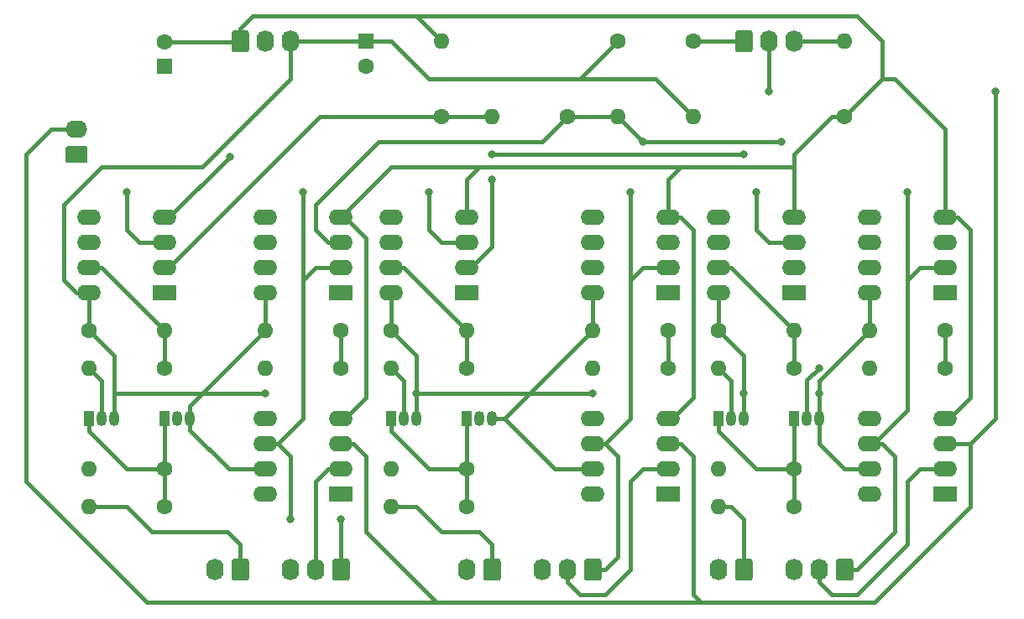
<source format=gbr>
G04 #@! TF.GenerationSoftware,KiCad,Pcbnew,5.1.2+dfsg1-1*
G04 #@! TF.CreationDate,2019-06-25T15:59:38-05:00*
G04 #@! TF.ProjectId,potentiostat,706f7465-6e74-4696-9f73-7461742e6b69,A*
G04 #@! TF.SameCoordinates,Original*
G04 #@! TF.FileFunction,Copper,L2,Bot*
G04 #@! TF.FilePolarity,Positive*
%FSLAX46Y46*%
G04 Gerber Fmt 4.6, Leading zero omitted, Abs format (unit mm)*
G04 Created by KiCad (PCBNEW 5.1.2+dfsg1-1) date 2019-06-25 15:59:38*
%MOMM*%
%LPD*%
G04 APERTURE LIST*
%ADD10O,2.200000X1.740000*%
%ADD11C,0.100000*%
%ADD12C,1.740000*%
%ADD13O,2.400000X1.600000*%
%ADD14R,2.400000X1.600000*%
%ADD15R,1.050000X1.500000*%
%ADD16O,1.050000X1.500000*%
%ADD17O,1.600000X1.600000*%
%ADD18C,1.600000*%
%ADD19O,1.740000X2.200000*%
%ADD20R,1.600000X1.600000*%
%ADD21C,0.800000*%
%ADD22C,0.381000*%
G04 APERTURE END LIST*
D10*
X82550000Y-102870000D03*
D11*
G36*
X83424505Y-104541204D02*
G01*
X83448773Y-104544804D01*
X83472572Y-104550765D01*
X83495671Y-104559030D01*
X83517850Y-104569520D01*
X83538893Y-104582132D01*
X83558599Y-104596747D01*
X83576777Y-104613223D01*
X83593253Y-104631401D01*
X83607868Y-104651107D01*
X83620480Y-104672150D01*
X83630970Y-104694329D01*
X83639235Y-104717428D01*
X83645196Y-104741227D01*
X83648796Y-104765495D01*
X83650000Y-104789999D01*
X83650000Y-106030001D01*
X83648796Y-106054505D01*
X83645196Y-106078773D01*
X83639235Y-106102572D01*
X83630970Y-106125671D01*
X83620480Y-106147850D01*
X83607868Y-106168893D01*
X83593253Y-106188599D01*
X83576777Y-106206777D01*
X83558599Y-106223253D01*
X83538893Y-106237868D01*
X83517850Y-106250480D01*
X83495671Y-106260970D01*
X83472572Y-106269235D01*
X83448773Y-106275196D01*
X83424505Y-106278796D01*
X83400001Y-106280000D01*
X81699999Y-106280000D01*
X81675495Y-106278796D01*
X81651227Y-106275196D01*
X81627428Y-106269235D01*
X81604329Y-106260970D01*
X81582150Y-106250480D01*
X81561107Y-106237868D01*
X81541401Y-106223253D01*
X81523223Y-106206777D01*
X81506747Y-106188599D01*
X81492132Y-106168893D01*
X81479520Y-106147850D01*
X81469030Y-106125671D01*
X81460765Y-106102572D01*
X81454804Y-106078773D01*
X81451204Y-106054505D01*
X81450000Y-106030001D01*
X81450000Y-104789999D01*
X81451204Y-104765495D01*
X81454804Y-104741227D01*
X81460765Y-104717428D01*
X81469030Y-104694329D01*
X81479520Y-104672150D01*
X81492132Y-104651107D01*
X81506747Y-104631401D01*
X81523223Y-104613223D01*
X81541401Y-104596747D01*
X81561107Y-104582132D01*
X81582150Y-104569520D01*
X81604329Y-104559030D01*
X81627428Y-104550765D01*
X81651227Y-104544804D01*
X81675495Y-104541204D01*
X81699999Y-104540000D01*
X83400001Y-104540000D01*
X83424505Y-104541204D01*
X83424505Y-104541204D01*
G37*
D12*
X82550000Y-105410000D03*
D13*
X101600000Y-119380000D03*
X109220000Y-111760000D03*
X101600000Y-116840000D03*
X109220000Y-114300000D03*
X101600000Y-114300000D03*
X109220000Y-116840000D03*
X101600000Y-111760000D03*
D14*
X109220000Y-119380000D03*
D15*
X147320000Y-132080000D03*
D16*
X149860000Y-132080000D03*
X148590000Y-132080000D03*
D17*
X147320000Y-137160000D03*
D18*
X154940000Y-137160000D03*
D13*
X162560000Y-119380000D03*
X170180000Y-111760000D03*
X162560000Y-116840000D03*
X170180000Y-114300000D03*
X162560000Y-114300000D03*
X170180000Y-116840000D03*
X162560000Y-111760000D03*
D14*
X170180000Y-119380000D03*
D17*
X119380000Y-93980000D03*
D18*
X119380000Y-101600000D03*
D17*
X124460000Y-101600000D03*
D18*
X132080000Y-101600000D03*
D17*
X137160000Y-101600000D03*
D18*
X137160000Y-93980000D03*
D13*
X147320000Y-119380000D03*
X154940000Y-111760000D03*
X147320000Y-116840000D03*
X154940000Y-114300000D03*
X147320000Y-114300000D03*
X154940000Y-116840000D03*
X147320000Y-111760000D03*
D14*
X154940000Y-119380000D03*
D13*
X162560000Y-139700000D03*
X170180000Y-132080000D03*
X162560000Y-137160000D03*
X170180000Y-134620000D03*
X162560000Y-134620000D03*
X170180000Y-137160000D03*
X162560000Y-132080000D03*
D14*
X170180000Y-139700000D03*
D13*
X114300000Y-119380000D03*
X121920000Y-111760000D03*
X114300000Y-116840000D03*
X121920000Y-114300000D03*
X114300000Y-114300000D03*
X121920000Y-116840000D03*
X114300000Y-111760000D03*
D14*
X121920000Y-119380000D03*
D13*
X134620000Y-119380000D03*
X142240000Y-111760000D03*
X134620000Y-116840000D03*
X142240000Y-114300000D03*
X134620000Y-114300000D03*
X142240000Y-116840000D03*
X134620000Y-111760000D03*
D14*
X142240000Y-119380000D03*
D13*
X134620000Y-139700000D03*
X142240000Y-132080000D03*
X134620000Y-137160000D03*
X142240000Y-134620000D03*
X134620000Y-134620000D03*
X142240000Y-137160000D03*
X134620000Y-132080000D03*
D14*
X142240000Y-139700000D03*
D13*
X83820000Y-119380000D03*
X91440000Y-111760000D03*
X83820000Y-116840000D03*
X91440000Y-114300000D03*
X83820000Y-114300000D03*
X91440000Y-116840000D03*
X83820000Y-111760000D03*
D14*
X91440000Y-119380000D03*
D13*
X101600000Y-139700000D03*
X109220000Y-132080000D03*
X101600000Y-137160000D03*
X109220000Y-134620000D03*
X101600000Y-134620000D03*
X109220000Y-137160000D03*
X101600000Y-132080000D03*
D14*
X109220000Y-139700000D03*
D19*
X154940000Y-93980000D03*
X152400000Y-93980000D03*
D11*
G36*
X150504505Y-92881204D02*
G01*
X150528773Y-92884804D01*
X150552572Y-92890765D01*
X150575671Y-92899030D01*
X150597850Y-92909520D01*
X150618893Y-92922132D01*
X150638599Y-92936747D01*
X150656777Y-92953223D01*
X150673253Y-92971401D01*
X150687868Y-92991107D01*
X150700480Y-93012150D01*
X150710970Y-93034329D01*
X150719235Y-93057428D01*
X150725196Y-93081227D01*
X150728796Y-93105495D01*
X150730000Y-93129999D01*
X150730000Y-94830001D01*
X150728796Y-94854505D01*
X150725196Y-94878773D01*
X150719235Y-94902572D01*
X150710970Y-94925671D01*
X150700480Y-94947850D01*
X150687868Y-94968893D01*
X150673253Y-94988599D01*
X150656777Y-95006777D01*
X150638599Y-95023253D01*
X150618893Y-95037868D01*
X150597850Y-95050480D01*
X150575671Y-95060970D01*
X150552572Y-95069235D01*
X150528773Y-95075196D01*
X150504505Y-95078796D01*
X150480001Y-95080000D01*
X149239999Y-95080000D01*
X149215495Y-95078796D01*
X149191227Y-95075196D01*
X149167428Y-95069235D01*
X149144329Y-95060970D01*
X149122150Y-95050480D01*
X149101107Y-95037868D01*
X149081401Y-95023253D01*
X149063223Y-95006777D01*
X149046747Y-94988599D01*
X149032132Y-94968893D01*
X149019520Y-94947850D01*
X149009030Y-94925671D01*
X149000765Y-94902572D01*
X148994804Y-94878773D01*
X148991204Y-94854505D01*
X148990000Y-94830001D01*
X148990000Y-93129999D01*
X148991204Y-93105495D01*
X148994804Y-93081227D01*
X149000765Y-93057428D01*
X149009030Y-93034329D01*
X149019520Y-93012150D01*
X149032132Y-92991107D01*
X149046747Y-92971401D01*
X149063223Y-92953223D01*
X149081401Y-92936747D01*
X149101107Y-92922132D01*
X149122150Y-92909520D01*
X149144329Y-92899030D01*
X149167428Y-92890765D01*
X149191227Y-92884804D01*
X149215495Y-92881204D01*
X149239999Y-92880000D01*
X150480001Y-92880000D01*
X150504505Y-92881204D01*
X150504505Y-92881204D01*
G37*
D12*
X149860000Y-93980000D03*
D17*
X147320000Y-140970000D03*
D18*
X154940000Y-140970000D03*
D17*
X147320000Y-127000000D03*
D18*
X154940000Y-127000000D03*
D17*
X162560000Y-127000000D03*
D18*
X170180000Y-127000000D03*
D17*
X154940000Y-123190000D03*
D18*
X147320000Y-123190000D03*
D17*
X162560000Y-123190000D03*
D18*
X170180000Y-123190000D03*
D17*
X114300000Y-140970000D03*
D18*
X121920000Y-140970000D03*
D17*
X114300000Y-137160000D03*
D18*
X121920000Y-137160000D03*
D17*
X114300000Y-127000000D03*
D18*
X121920000Y-127000000D03*
D17*
X134620000Y-127000000D03*
D18*
X142240000Y-127000000D03*
D17*
X121920000Y-123190000D03*
D18*
X114300000Y-123190000D03*
D17*
X134620000Y-123190000D03*
D18*
X142240000Y-123190000D03*
D17*
X83820000Y-140970000D03*
D18*
X91440000Y-140970000D03*
D17*
X83820000Y-137160000D03*
D18*
X91440000Y-137160000D03*
D17*
X83820000Y-127000000D03*
D18*
X91440000Y-127000000D03*
D17*
X101600000Y-127000000D03*
D18*
X109220000Y-127000000D03*
D17*
X91440000Y-123190000D03*
D18*
X83820000Y-123190000D03*
D17*
X101600000Y-123190000D03*
D18*
X109220000Y-123190000D03*
D17*
X160020000Y-93980000D03*
D18*
X160020000Y-101600000D03*
D17*
X144780000Y-101600000D03*
D18*
X144780000Y-93980000D03*
D15*
X154940000Y-132080000D03*
D16*
X157480000Y-132080000D03*
X156210000Y-132080000D03*
D15*
X114300000Y-132080000D03*
D16*
X116840000Y-132080000D03*
X115570000Y-132080000D03*
D15*
X121920000Y-132080000D03*
D16*
X124460000Y-132080000D03*
X123190000Y-132080000D03*
D15*
X83820000Y-132080000D03*
D16*
X86360000Y-132080000D03*
X85090000Y-132080000D03*
D15*
X91440000Y-132080000D03*
D16*
X93980000Y-132080000D03*
X92710000Y-132080000D03*
D19*
X147320000Y-147320000D03*
D11*
G36*
X150504505Y-146221204D02*
G01*
X150528773Y-146224804D01*
X150552572Y-146230765D01*
X150575671Y-146239030D01*
X150597850Y-146249520D01*
X150618893Y-146262132D01*
X150638599Y-146276747D01*
X150656777Y-146293223D01*
X150673253Y-146311401D01*
X150687868Y-146331107D01*
X150700480Y-146352150D01*
X150710970Y-146374329D01*
X150719235Y-146397428D01*
X150725196Y-146421227D01*
X150728796Y-146445495D01*
X150730000Y-146469999D01*
X150730000Y-148170001D01*
X150728796Y-148194505D01*
X150725196Y-148218773D01*
X150719235Y-148242572D01*
X150710970Y-148265671D01*
X150700480Y-148287850D01*
X150687868Y-148308893D01*
X150673253Y-148328599D01*
X150656777Y-148346777D01*
X150638599Y-148363253D01*
X150618893Y-148377868D01*
X150597850Y-148390480D01*
X150575671Y-148400970D01*
X150552572Y-148409235D01*
X150528773Y-148415196D01*
X150504505Y-148418796D01*
X150480001Y-148420000D01*
X149239999Y-148420000D01*
X149215495Y-148418796D01*
X149191227Y-148415196D01*
X149167428Y-148409235D01*
X149144329Y-148400970D01*
X149122150Y-148390480D01*
X149101107Y-148377868D01*
X149081401Y-148363253D01*
X149063223Y-148346777D01*
X149046747Y-148328599D01*
X149032132Y-148308893D01*
X149019520Y-148287850D01*
X149009030Y-148265671D01*
X149000765Y-148242572D01*
X148994804Y-148218773D01*
X148991204Y-148194505D01*
X148990000Y-148170001D01*
X148990000Y-146469999D01*
X148991204Y-146445495D01*
X148994804Y-146421227D01*
X149000765Y-146397428D01*
X149009030Y-146374329D01*
X149019520Y-146352150D01*
X149032132Y-146331107D01*
X149046747Y-146311401D01*
X149063223Y-146293223D01*
X149081401Y-146276747D01*
X149101107Y-146262132D01*
X149122150Y-146249520D01*
X149144329Y-146239030D01*
X149167428Y-146230765D01*
X149191227Y-146224804D01*
X149215495Y-146221204D01*
X149239999Y-146220000D01*
X150480001Y-146220000D01*
X150504505Y-146221204D01*
X150504505Y-146221204D01*
G37*
D12*
X149860000Y-147320000D03*
D19*
X154940000Y-147320000D03*
X157480000Y-147320000D03*
D11*
G36*
X160664505Y-146221204D02*
G01*
X160688773Y-146224804D01*
X160712572Y-146230765D01*
X160735671Y-146239030D01*
X160757850Y-146249520D01*
X160778893Y-146262132D01*
X160798599Y-146276747D01*
X160816777Y-146293223D01*
X160833253Y-146311401D01*
X160847868Y-146331107D01*
X160860480Y-146352150D01*
X160870970Y-146374329D01*
X160879235Y-146397428D01*
X160885196Y-146421227D01*
X160888796Y-146445495D01*
X160890000Y-146469999D01*
X160890000Y-148170001D01*
X160888796Y-148194505D01*
X160885196Y-148218773D01*
X160879235Y-148242572D01*
X160870970Y-148265671D01*
X160860480Y-148287850D01*
X160847868Y-148308893D01*
X160833253Y-148328599D01*
X160816777Y-148346777D01*
X160798599Y-148363253D01*
X160778893Y-148377868D01*
X160757850Y-148390480D01*
X160735671Y-148400970D01*
X160712572Y-148409235D01*
X160688773Y-148415196D01*
X160664505Y-148418796D01*
X160640001Y-148420000D01*
X159399999Y-148420000D01*
X159375495Y-148418796D01*
X159351227Y-148415196D01*
X159327428Y-148409235D01*
X159304329Y-148400970D01*
X159282150Y-148390480D01*
X159261107Y-148377868D01*
X159241401Y-148363253D01*
X159223223Y-148346777D01*
X159206747Y-148328599D01*
X159192132Y-148308893D01*
X159179520Y-148287850D01*
X159169030Y-148265671D01*
X159160765Y-148242572D01*
X159154804Y-148218773D01*
X159151204Y-148194505D01*
X159150000Y-148170001D01*
X159150000Y-146469999D01*
X159151204Y-146445495D01*
X159154804Y-146421227D01*
X159160765Y-146397428D01*
X159169030Y-146374329D01*
X159179520Y-146352150D01*
X159192132Y-146331107D01*
X159206747Y-146311401D01*
X159223223Y-146293223D01*
X159241401Y-146276747D01*
X159261107Y-146262132D01*
X159282150Y-146249520D01*
X159304329Y-146239030D01*
X159327428Y-146230765D01*
X159351227Y-146224804D01*
X159375495Y-146221204D01*
X159399999Y-146220000D01*
X160640001Y-146220000D01*
X160664505Y-146221204D01*
X160664505Y-146221204D01*
G37*
D12*
X160020000Y-147320000D03*
D19*
X121920000Y-147320000D03*
D11*
G36*
X125104505Y-146221204D02*
G01*
X125128773Y-146224804D01*
X125152572Y-146230765D01*
X125175671Y-146239030D01*
X125197850Y-146249520D01*
X125218893Y-146262132D01*
X125238599Y-146276747D01*
X125256777Y-146293223D01*
X125273253Y-146311401D01*
X125287868Y-146331107D01*
X125300480Y-146352150D01*
X125310970Y-146374329D01*
X125319235Y-146397428D01*
X125325196Y-146421227D01*
X125328796Y-146445495D01*
X125330000Y-146469999D01*
X125330000Y-148170001D01*
X125328796Y-148194505D01*
X125325196Y-148218773D01*
X125319235Y-148242572D01*
X125310970Y-148265671D01*
X125300480Y-148287850D01*
X125287868Y-148308893D01*
X125273253Y-148328599D01*
X125256777Y-148346777D01*
X125238599Y-148363253D01*
X125218893Y-148377868D01*
X125197850Y-148390480D01*
X125175671Y-148400970D01*
X125152572Y-148409235D01*
X125128773Y-148415196D01*
X125104505Y-148418796D01*
X125080001Y-148420000D01*
X123839999Y-148420000D01*
X123815495Y-148418796D01*
X123791227Y-148415196D01*
X123767428Y-148409235D01*
X123744329Y-148400970D01*
X123722150Y-148390480D01*
X123701107Y-148377868D01*
X123681401Y-148363253D01*
X123663223Y-148346777D01*
X123646747Y-148328599D01*
X123632132Y-148308893D01*
X123619520Y-148287850D01*
X123609030Y-148265671D01*
X123600765Y-148242572D01*
X123594804Y-148218773D01*
X123591204Y-148194505D01*
X123590000Y-148170001D01*
X123590000Y-146469999D01*
X123591204Y-146445495D01*
X123594804Y-146421227D01*
X123600765Y-146397428D01*
X123609030Y-146374329D01*
X123619520Y-146352150D01*
X123632132Y-146331107D01*
X123646747Y-146311401D01*
X123663223Y-146293223D01*
X123681401Y-146276747D01*
X123701107Y-146262132D01*
X123722150Y-146249520D01*
X123744329Y-146239030D01*
X123767428Y-146230765D01*
X123791227Y-146224804D01*
X123815495Y-146221204D01*
X123839999Y-146220000D01*
X125080001Y-146220000D01*
X125104505Y-146221204D01*
X125104505Y-146221204D01*
G37*
D12*
X124460000Y-147320000D03*
D19*
X129540000Y-147320000D03*
X132080000Y-147320000D03*
D11*
G36*
X135264505Y-146221204D02*
G01*
X135288773Y-146224804D01*
X135312572Y-146230765D01*
X135335671Y-146239030D01*
X135357850Y-146249520D01*
X135378893Y-146262132D01*
X135398599Y-146276747D01*
X135416777Y-146293223D01*
X135433253Y-146311401D01*
X135447868Y-146331107D01*
X135460480Y-146352150D01*
X135470970Y-146374329D01*
X135479235Y-146397428D01*
X135485196Y-146421227D01*
X135488796Y-146445495D01*
X135490000Y-146469999D01*
X135490000Y-148170001D01*
X135488796Y-148194505D01*
X135485196Y-148218773D01*
X135479235Y-148242572D01*
X135470970Y-148265671D01*
X135460480Y-148287850D01*
X135447868Y-148308893D01*
X135433253Y-148328599D01*
X135416777Y-148346777D01*
X135398599Y-148363253D01*
X135378893Y-148377868D01*
X135357850Y-148390480D01*
X135335671Y-148400970D01*
X135312572Y-148409235D01*
X135288773Y-148415196D01*
X135264505Y-148418796D01*
X135240001Y-148420000D01*
X133999999Y-148420000D01*
X133975495Y-148418796D01*
X133951227Y-148415196D01*
X133927428Y-148409235D01*
X133904329Y-148400970D01*
X133882150Y-148390480D01*
X133861107Y-148377868D01*
X133841401Y-148363253D01*
X133823223Y-148346777D01*
X133806747Y-148328599D01*
X133792132Y-148308893D01*
X133779520Y-148287850D01*
X133769030Y-148265671D01*
X133760765Y-148242572D01*
X133754804Y-148218773D01*
X133751204Y-148194505D01*
X133750000Y-148170001D01*
X133750000Y-146469999D01*
X133751204Y-146445495D01*
X133754804Y-146421227D01*
X133760765Y-146397428D01*
X133769030Y-146374329D01*
X133779520Y-146352150D01*
X133792132Y-146331107D01*
X133806747Y-146311401D01*
X133823223Y-146293223D01*
X133841401Y-146276747D01*
X133861107Y-146262132D01*
X133882150Y-146249520D01*
X133904329Y-146239030D01*
X133927428Y-146230765D01*
X133951227Y-146224804D01*
X133975495Y-146221204D01*
X133999999Y-146220000D01*
X135240001Y-146220000D01*
X135264505Y-146221204D01*
X135264505Y-146221204D01*
G37*
D12*
X134620000Y-147320000D03*
D19*
X96520000Y-147320000D03*
D11*
G36*
X99704505Y-146221204D02*
G01*
X99728773Y-146224804D01*
X99752572Y-146230765D01*
X99775671Y-146239030D01*
X99797850Y-146249520D01*
X99818893Y-146262132D01*
X99838599Y-146276747D01*
X99856777Y-146293223D01*
X99873253Y-146311401D01*
X99887868Y-146331107D01*
X99900480Y-146352150D01*
X99910970Y-146374329D01*
X99919235Y-146397428D01*
X99925196Y-146421227D01*
X99928796Y-146445495D01*
X99930000Y-146469999D01*
X99930000Y-148170001D01*
X99928796Y-148194505D01*
X99925196Y-148218773D01*
X99919235Y-148242572D01*
X99910970Y-148265671D01*
X99900480Y-148287850D01*
X99887868Y-148308893D01*
X99873253Y-148328599D01*
X99856777Y-148346777D01*
X99838599Y-148363253D01*
X99818893Y-148377868D01*
X99797850Y-148390480D01*
X99775671Y-148400970D01*
X99752572Y-148409235D01*
X99728773Y-148415196D01*
X99704505Y-148418796D01*
X99680001Y-148420000D01*
X98439999Y-148420000D01*
X98415495Y-148418796D01*
X98391227Y-148415196D01*
X98367428Y-148409235D01*
X98344329Y-148400970D01*
X98322150Y-148390480D01*
X98301107Y-148377868D01*
X98281401Y-148363253D01*
X98263223Y-148346777D01*
X98246747Y-148328599D01*
X98232132Y-148308893D01*
X98219520Y-148287850D01*
X98209030Y-148265671D01*
X98200765Y-148242572D01*
X98194804Y-148218773D01*
X98191204Y-148194505D01*
X98190000Y-148170001D01*
X98190000Y-146469999D01*
X98191204Y-146445495D01*
X98194804Y-146421227D01*
X98200765Y-146397428D01*
X98209030Y-146374329D01*
X98219520Y-146352150D01*
X98232132Y-146331107D01*
X98246747Y-146311401D01*
X98263223Y-146293223D01*
X98281401Y-146276747D01*
X98301107Y-146262132D01*
X98322150Y-146249520D01*
X98344329Y-146239030D01*
X98367428Y-146230765D01*
X98391227Y-146224804D01*
X98415495Y-146221204D01*
X98439999Y-146220000D01*
X99680001Y-146220000D01*
X99704505Y-146221204D01*
X99704505Y-146221204D01*
G37*
D12*
X99060000Y-147320000D03*
D19*
X104140000Y-147320000D03*
X106680000Y-147320000D03*
D11*
G36*
X109864505Y-146221204D02*
G01*
X109888773Y-146224804D01*
X109912572Y-146230765D01*
X109935671Y-146239030D01*
X109957850Y-146249520D01*
X109978893Y-146262132D01*
X109998599Y-146276747D01*
X110016777Y-146293223D01*
X110033253Y-146311401D01*
X110047868Y-146331107D01*
X110060480Y-146352150D01*
X110070970Y-146374329D01*
X110079235Y-146397428D01*
X110085196Y-146421227D01*
X110088796Y-146445495D01*
X110090000Y-146469999D01*
X110090000Y-148170001D01*
X110088796Y-148194505D01*
X110085196Y-148218773D01*
X110079235Y-148242572D01*
X110070970Y-148265671D01*
X110060480Y-148287850D01*
X110047868Y-148308893D01*
X110033253Y-148328599D01*
X110016777Y-148346777D01*
X109998599Y-148363253D01*
X109978893Y-148377868D01*
X109957850Y-148390480D01*
X109935671Y-148400970D01*
X109912572Y-148409235D01*
X109888773Y-148415196D01*
X109864505Y-148418796D01*
X109840001Y-148420000D01*
X108599999Y-148420000D01*
X108575495Y-148418796D01*
X108551227Y-148415196D01*
X108527428Y-148409235D01*
X108504329Y-148400970D01*
X108482150Y-148390480D01*
X108461107Y-148377868D01*
X108441401Y-148363253D01*
X108423223Y-148346777D01*
X108406747Y-148328599D01*
X108392132Y-148308893D01*
X108379520Y-148287850D01*
X108369030Y-148265671D01*
X108360765Y-148242572D01*
X108354804Y-148218773D01*
X108351204Y-148194505D01*
X108350000Y-148170001D01*
X108350000Y-146469999D01*
X108351204Y-146445495D01*
X108354804Y-146421227D01*
X108360765Y-146397428D01*
X108369030Y-146374329D01*
X108379520Y-146352150D01*
X108392132Y-146331107D01*
X108406747Y-146311401D01*
X108423223Y-146293223D01*
X108441401Y-146276747D01*
X108461107Y-146262132D01*
X108482150Y-146249520D01*
X108504329Y-146239030D01*
X108527428Y-146230765D01*
X108551227Y-146224804D01*
X108575495Y-146221204D01*
X108599999Y-146220000D01*
X109840001Y-146220000D01*
X109864505Y-146221204D01*
X109864505Y-146221204D01*
G37*
D12*
X109220000Y-147320000D03*
D19*
X104140000Y-93980000D03*
X101600000Y-93980000D03*
D11*
G36*
X99704505Y-92881204D02*
G01*
X99728773Y-92884804D01*
X99752572Y-92890765D01*
X99775671Y-92899030D01*
X99797850Y-92909520D01*
X99818893Y-92922132D01*
X99838599Y-92936747D01*
X99856777Y-92953223D01*
X99873253Y-92971401D01*
X99887868Y-92991107D01*
X99900480Y-93012150D01*
X99910970Y-93034329D01*
X99919235Y-93057428D01*
X99925196Y-93081227D01*
X99928796Y-93105495D01*
X99930000Y-93129999D01*
X99930000Y-94830001D01*
X99928796Y-94854505D01*
X99925196Y-94878773D01*
X99919235Y-94902572D01*
X99910970Y-94925671D01*
X99900480Y-94947850D01*
X99887868Y-94968893D01*
X99873253Y-94988599D01*
X99856777Y-95006777D01*
X99838599Y-95023253D01*
X99818893Y-95037868D01*
X99797850Y-95050480D01*
X99775671Y-95060970D01*
X99752572Y-95069235D01*
X99728773Y-95075196D01*
X99704505Y-95078796D01*
X99680001Y-95080000D01*
X98439999Y-95080000D01*
X98415495Y-95078796D01*
X98391227Y-95075196D01*
X98367428Y-95069235D01*
X98344329Y-95060970D01*
X98322150Y-95050480D01*
X98301107Y-95037868D01*
X98281401Y-95023253D01*
X98263223Y-95006777D01*
X98246747Y-94988599D01*
X98232132Y-94968893D01*
X98219520Y-94947850D01*
X98209030Y-94925671D01*
X98200765Y-94902572D01*
X98194804Y-94878773D01*
X98191204Y-94854505D01*
X98190000Y-94830001D01*
X98190000Y-93129999D01*
X98191204Y-93105495D01*
X98194804Y-93081227D01*
X98200765Y-93057428D01*
X98209030Y-93034329D01*
X98219520Y-93012150D01*
X98232132Y-92991107D01*
X98246747Y-92971401D01*
X98263223Y-92953223D01*
X98281401Y-92936747D01*
X98301107Y-92922132D01*
X98322150Y-92909520D01*
X98344329Y-92899030D01*
X98367428Y-92890765D01*
X98391227Y-92884804D01*
X98415495Y-92881204D01*
X98439999Y-92880000D01*
X99680001Y-92880000D01*
X99704505Y-92881204D01*
X99704505Y-92881204D01*
G37*
D12*
X99060000Y-93980000D03*
D18*
X111760000Y-96480000D03*
D20*
X111760000Y-93980000D03*
D18*
X91440000Y-94020000D03*
D20*
X91440000Y-96520000D03*
D21*
X97990000Y-105610000D03*
X157480000Y-129540000D03*
X134620000Y-129540000D03*
X116840000Y-129540000D03*
X101600000Y-129540000D03*
X149860000Y-129540000D03*
X109220000Y-142240000D03*
X104140000Y-142240000D03*
X105410000Y-109220000D03*
X87630000Y-109220000D03*
X138430000Y-109220000D03*
X118110000Y-109220000D03*
X166370000Y-109220000D03*
X151130000Y-109220000D03*
X157428045Y-126948045D03*
X152400000Y-99060000D03*
X175260000Y-99060000D03*
X139700000Y-104140000D03*
X153670000Y-104140000D03*
X124460000Y-105410000D03*
X124460000Y-107950000D03*
X149860000Y-105410000D03*
D22*
X99020000Y-94020000D02*
X99060000Y-93980000D01*
X91440000Y-94020000D02*
X99020000Y-94020000D01*
X99060000Y-92710000D02*
X99060000Y-93980000D01*
X100330000Y-91440000D02*
X99060000Y-92710000D01*
X119380000Y-93980000D02*
X116840000Y-91440000D01*
X116840000Y-91440000D02*
X100330000Y-91440000D01*
X116840000Y-91440000D02*
X161290000Y-91440000D01*
X161290000Y-91440000D02*
X163830000Y-93980000D01*
X163830000Y-97790000D02*
X160020000Y-101600000D01*
X163830000Y-93980000D02*
X163830000Y-97790000D01*
X91440000Y-111760000D02*
X91840000Y-111760000D01*
X91840000Y-111760000D02*
X97990000Y-105610000D01*
X170180000Y-132080000D02*
X170580000Y-132080000D01*
X172720000Y-113030000D02*
X171450000Y-111760000D01*
X171450000Y-111760000D02*
X170180000Y-111760000D01*
X165100000Y-97790000D02*
X163830000Y-97790000D01*
X170180000Y-111760000D02*
X170180000Y-102870000D01*
X170180000Y-102870000D02*
X165100000Y-97790000D01*
X160020000Y-101600000D02*
X158750000Y-101600000D01*
X158750000Y-101600000D02*
X154940000Y-105410000D01*
X170580000Y-132080000D02*
X172720000Y-129940000D01*
X172720000Y-129940000D02*
X172720000Y-113030000D01*
X109620000Y-132080000D02*
X111760000Y-129940000D01*
X109220000Y-132080000D02*
X109620000Y-132080000D01*
X109620000Y-111760000D02*
X109220000Y-111760000D01*
X111760000Y-113900000D02*
X109620000Y-111760000D01*
X111760000Y-129940000D02*
X111760000Y-113900000D01*
X142640000Y-132080000D02*
X144780000Y-129940000D01*
X142240000Y-132080000D02*
X142640000Y-132080000D01*
X144780000Y-129940000D02*
X144780000Y-113030000D01*
X144780000Y-113030000D02*
X143510000Y-111760000D01*
X143510000Y-111760000D02*
X142240000Y-111760000D01*
X154940000Y-106680000D02*
X154940000Y-111760000D01*
X154940000Y-105410000D02*
X154940000Y-106680000D01*
X142240000Y-107950000D02*
X142240000Y-111760000D01*
X154940000Y-106680000D02*
X143510000Y-106680000D01*
X143510000Y-106680000D02*
X142240000Y-107950000D01*
X123190000Y-106680000D02*
X121920000Y-107950000D01*
X143510000Y-106680000D02*
X123190000Y-106680000D01*
X121920000Y-107950000D02*
X121920000Y-111760000D01*
X123190000Y-106680000D02*
X114300000Y-106680000D01*
X114300000Y-106680000D02*
X109220000Y-111760000D01*
X111760000Y-96520000D02*
X111760000Y-96480000D01*
X104140000Y-93980000D02*
X111760000Y-93980000D01*
X111760000Y-93980000D02*
X110579000Y-93980000D01*
X111760000Y-93980000D02*
X114300000Y-93980000D01*
X114300000Y-93980000D02*
X118110000Y-97790000D01*
X133350000Y-97790000D02*
X137160000Y-93980000D01*
X133350000Y-97790000D02*
X140970000Y-97790000D01*
X140970000Y-97790000D02*
X144780000Y-101600000D01*
X118110000Y-97790000D02*
X128270000Y-97790000D01*
X128270000Y-97790000D02*
X133350000Y-97790000D01*
X162160000Y-119380000D02*
X162560000Y-119380000D01*
X162560000Y-123190000D02*
X162560000Y-119380000D01*
X147320000Y-119380000D02*
X147320000Y-123190000D01*
X147320000Y-123190000D02*
X149860000Y-125730000D01*
X149860000Y-125730000D02*
X149860000Y-132080000D01*
X157480000Y-128270000D02*
X162560000Y-123190000D01*
X114300000Y-119380000D02*
X114300000Y-123190000D01*
X134620000Y-119380000D02*
X134620000Y-123190000D01*
X101600000Y-119380000D02*
X101600000Y-123190000D01*
X83820000Y-123190000D02*
X83820000Y-119380000D01*
X86360000Y-125730000D02*
X83820000Y-123190000D01*
X116840000Y-125730000D02*
X114300000Y-123190000D01*
X116840000Y-132080000D02*
X116840000Y-125730000D01*
X93980000Y-132080000D02*
X93980000Y-130810000D01*
X124460000Y-132080000D02*
X125730000Y-132080000D01*
X125730000Y-132080000D02*
X130810000Y-137160000D01*
X130810000Y-137160000D02*
X134620000Y-137160000D01*
X157480000Y-132080000D02*
X157480000Y-134620000D01*
X160020000Y-137160000D02*
X162560000Y-137160000D01*
X157480000Y-134620000D02*
X160020000Y-137160000D01*
X100019000Y-137160000D02*
X101600000Y-137160000D01*
X97929000Y-137160000D02*
X100019000Y-137160000D01*
X93980000Y-133211000D02*
X97929000Y-137160000D01*
X93980000Y-132080000D02*
X93980000Y-133211000D01*
X104140000Y-93980000D02*
X104140000Y-95250000D01*
X157480000Y-129540000D02*
X157480000Y-128270000D01*
X157480000Y-132080000D02*
X157480000Y-129540000D01*
X125730000Y-132080000D02*
X128270000Y-129540000D01*
X134620000Y-129540000D02*
X128270000Y-129540000D01*
X128270000Y-129540000D02*
X134620000Y-123190000D01*
X128270000Y-129540000D02*
X116840000Y-129540000D01*
X101600000Y-129540000D02*
X95250000Y-129540000D01*
X93980000Y-130810000D02*
X95250000Y-129540000D01*
X95250000Y-129540000D02*
X101600000Y-123190000D01*
X95250000Y-129540000D02*
X86360000Y-129540000D01*
X86360000Y-132080000D02*
X86360000Y-129540000D01*
X86360000Y-129540000D02*
X86360000Y-125730000D01*
X83820000Y-119380000D02*
X82550000Y-119380000D01*
X82550000Y-119380000D02*
X81280000Y-118110000D01*
X81280000Y-118110000D02*
X81280000Y-110490000D01*
X85090000Y-106680000D02*
X95250000Y-106680000D01*
X81280000Y-110490000D02*
X85090000Y-106680000D01*
X104140000Y-97790000D02*
X104140000Y-93980000D01*
X95250000Y-106680000D02*
X104140000Y-97790000D01*
X106680000Y-147320000D02*
X106680000Y-138430000D01*
X106680000Y-138430000D02*
X107950000Y-137160000D01*
X107950000Y-137160000D02*
X109220000Y-137160000D01*
X109220000Y-147320000D02*
X109220000Y-142240000D01*
X104140000Y-142240000D02*
X104140000Y-135890000D01*
X104140000Y-135890000D02*
X102870000Y-134620000D01*
X102870000Y-134620000D02*
X101600000Y-134620000D01*
X102870000Y-134620000D02*
X105410000Y-132080000D01*
X105410000Y-118110000D02*
X106680000Y-116840000D01*
X105410000Y-118110000D02*
X105410000Y-109220000D01*
X105410000Y-132080000D02*
X105410000Y-118110000D01*
X106680000Y-116840000D02*
X109220000Y-116840000D01*
X88900000Y-114300000D02*
X91440000Y-114300000D01*
X87630000Y-109220000D02*
X87630000Y-113030000D01*
X87630000Y-113030000D02*
X88900000Y-114300000D01*
X99060000Y-144780000D02*
X99060000Y-147320000D01*
X97790000Y-143510000D02*
X99060000Y-144780000D01*
X90170000Y-143510000D02*
X97790000Y-143510000D01*
X83820000Y-140970000D02*
X87630000Y-140970000D01*
X87630000Y-140970000D02*
X90170000Y-143510000D01*
X132080000Y-147320000D02*
X132080000Y-148590000D01*
X132080000Y-148590000D02*
X133350000Y-149860000D01*
X133350000Y-149860000D02*
X135890000Y-149860000D01*
X135890000Y-149860000D02*
X138430000Y-147320000D01*
X138430000Y-147320000D02*
X138430000Y-138430000D01*
X139700000Y-137160000D02*
X142240000Y-137160000D01*
X138430000Y-138430000D02*
X139700000Y-137160000D01*
X134620000Y-147320000D02*
X135890000Y-147320000D01*
X135890000Y-147320000D02*
X137160000Y-146050000D01*
X137160000Y-146050000D02*
X137160000Y-135890000D01*
X137160000Y-135890000D02*
X135890000Y-134620000D01*
X135890000Y-134620000D02*
X134620000Y-134620000D01*
X135890000Y-134620000D02*
X138430000Y-132080000D01*
X138430000Y-132080000D02*
X138430000Y-118110000D01*
X138430000Y-118110000D02*
X139700000Y-116840000D01*
X139700000Y-116840000D02*
X142240000Y-116840000D01*
X138430000Y-118110000D02*
X138430000Y-109220000D01*
X118110000Y-109220000D02*
X118110000Y-113030000D01*
X118110000Y-113030000D02*
X119380000Y-114300000D01*
X119380000Y-114300000D02*
X121920000Y-114300000D01*
X114300000Y-140970000D02*
X116840000Y-140970000D01*
X116840000Y-140970000D02*
X119380000Y-143510000D01*
X119380000Y-143510000D02*
X123190000Y-143510000D01*
X123190000Y-143510000D02*
X124460000Y-144780000D01*
X124460000Y-144780000D02*
X124460000Y-147320000D01*
X157480000Y-148590000D02*
X158750000Y-149860000D01*
X158750000Y-149860000D02*
X161290000Y-149860000D01*
X167640000Y-137160000D02*
X170180000Y-137160000D01*
X161290000Y-149860000D02*
X166370000Y-144780000D01*
X157480000Y-147320000D02*
X157480000Y-148590000D01*
X166370000Y-144780000D02*
X166370000Y-138430000D01*
X166370000Y-138430000D02*
X167640000Y-137160000D01*
X160020000Y-147320000D02*
X161290000Y-147320000D01*
X161290000Y-147320000D02*
X165100000Y-143510000D01*
X165100000Y-143510000D02*
X165100000Y-135890000D01*
X162560000Y-134620000D02*
X163830000Y-134620000D01*
X163830000Y-134620000D02*
X165100000Y-135890000D01*
X162960000Y-134620000D02*
X166370000Y-131210000D01*
X162560000Y-134620000D02*
X162960000Y-134620000D01*
X166370000Y-131210000D02*
X166370000Y-118110000D01*
X167640000Y-116840000D02*
X170180000Y-116840000D01*
X166370000Y-118110000D02*
X167640000Y-116840000D01*
X166370000Y-118110000D02*
X166370000Y-109220000D01*
X152400000Y-114300000D02*
X154940000Y-114300000D01*
X151130000Y-109220000D02*
X151130000Y-113030000D01*
X151130000Y-113030000D02*
X152400000Y-114300000D01*
X149860000Y-147320000D02*
X149860000Y-142240000D01*
X149860000Y-142240000D02*
X148590000Y-140970000D01*
X148590000Y-140970000D02*
X147320000Y-140970000D01*
X91440000Y-132080000D02*
X91440000Y-140970000D01*
X83820000Y-132080000D02*
X83820000Y-133350000D01*
X83820000Y-133350000D02*
X87630000Y-137160000D01*
X87630000Y-137160000D02*
X91440000Y-137160000D01*
X85090000Y-128270000D02*
X83820000Y-127000000D01*
X85090000Y-132080000D02*
X85090000Y-128270000D01*
X121920000Y-132080000D02*
X121920000Y-140970000D01*
X114300000Y-132080000D02*
X114300000Y-133350000D01*
X114300000Y-133350000D02*
X118110000Y-137160000D01*
X118110000Y-137160000D02*
X121920000Y-137160000D01*
X115570000Y-128270000D02*
X114300000Y-127000000D01*
X115570000Y-132080000D02*
X115570000Y-128270000D01*
X154940000Y-132080000D02*
X154940000Y-137160000D01*
X147320000Y-132080000D02*
X147320000Y-133350000D01*
X151130000Y-137160000D02*
X154940000Y-137160000D01*
X147320000Y-133350000D02*
X151130000Y-137160000D01*
X154940000Y-140970000D02*
X154940000Y-137160000D01*
X156210000Y-128166090D02*
X156210000Y-132080000D01*
X157428045Y-126948045D02*
X156210000Y-128166090D01*
X147320000Y-127000000D02*
X148590000Y-128270000D01*
X148590000Y-128270000D02*
X148590000Y-132080000D01*
X149860000Y-93980000D02*
X144780000Y-93980000D01*
X160020000Y-93980000D02*
X154940000Y-93980000D01*
X109220000Y-127000000D02*
X109220000Y-123190000D01*
X83820000Y-116840000D02*
X85090000Y-116840000D01*
X85090000Y-116840000D02*
X91440000Y-123190000D01*
X91440000Y-127000000D02*
X91440000Y-123190000D01*
X142240000Y-123190000D02*
X142240000Y-127000000D01*
X114300000Y-116840000D02*
X115570000Y-116840000D01*
X115570000Y-116840000D02*
X121920000Y-123190000D01*
X121920000Y-123190000D02*
X121920000Y-127000000D01*
X170180000Y-127000000D02*
X170180000Y-123190000D01*
X147320000Y-116840000D02*
X148590000Y-116840000D01*
X148590000Y-116840000D02*
X154940000Y-123190000D01*
X154940000Y-123190000D02*
X154940000Y-127000000D01*
X170180000Y-134620000D02*
X172720000Y-134620000D01*
X172720000Y-134620000D02*
X175260000Y-132080000D01*
X152400000Y-93980000D02*
X152400000Y-99060000D01*
X175260000Y-99060000D02*
X175260000Y-132080000D01*
X143510000Y-134620000D02*
X142240000Y-134620000D01*
X172720000Y-134620000D02*
X172720000Y-140970000D01*
X163067990Y-150622010D02*
X145542010Y-150622010D01*
X144780000Y-149860000D02*
X144780000Y-135890000D01*
X145542010Y-150622010D02*
X144780000Y-149860000D01*
X172720000Y-140970000D02*
X163067990Y-150622010D01*
X144780000Y-135890000D02*
X143510000Y-134620000D01*
X145542010Y-150622010D02*
X118872010Y-150622010D01*
X118872010Y-150622010D02*
X111760000Y-143510000D01*
X111760000Y-143510000D02*
X111760000Y-135890000D01*
X111760000Y-135890000D02*
X110490000Y-134620000D01*
X110490000Y-134620000D02*
X109220000Y-134620000D01*
X82550000Y-102870000D02*
X82320000Y-102870000D01*
X82320000Y-102870000D02*
X80010000Y-102870000D01*
X80010000Y-102870000D02*
X78740000Y-104140000D01*
X78740000Y-104140000D02*
X77470000Y-105410000D01*
X77470000Y-105410000D02*
X77470000Y-138430000D01*
X89662010Y-150622010D02*
X88900000Y-149860000D01*
X118872010Y-150622010D02*
X89662010Y-150622010D01*
X77470000Y-138430000D02*
X88900000Y-149860000D01*
X132080000Y-101600000D02*
X137160000Y-101600000D01*
X106680000Y-113030000D02*
X107950000Y-114300000D01*
X107950000Y-114300000D02*
X109220000Y-114300000D01*
X132080000Y-101600000D02*
X129540000Y-104140000D01*
X129540000Y-104140000D02*
X113030000Y-104140000D01*
X113030000Y-104140000D02*
X106680000Y-110490000D01*
X106680000Y-110490000D02*
X106680000Y-113030000D01*
X137160000Y-101600000D02*
X139700000Y-104140000D01*
X139700000Y-104140000D02*
X153670000Y-104140000D01*
X119380000Y-101600000D02*
X124460000Y-101600000D01*
X122320000Y-116840000D02*
X121920000Y-116840000D01*
X124460000Y-114700000D02*
X122320000Y-116840000D01*
X124460000Y-107950000D02*
X124460000Y-114700000D01*
X91840000Y-116840000D02*
X91440000Y-116840000D01*
X107080000Y-101600000D02*
X91840000Y-116840000D01*
X119380000Y-101600000D02*
X107080000Y-101600000D01*
X124460000Y-105410000D02*
X149860000Y-105410000D01*
M02*

</source>
